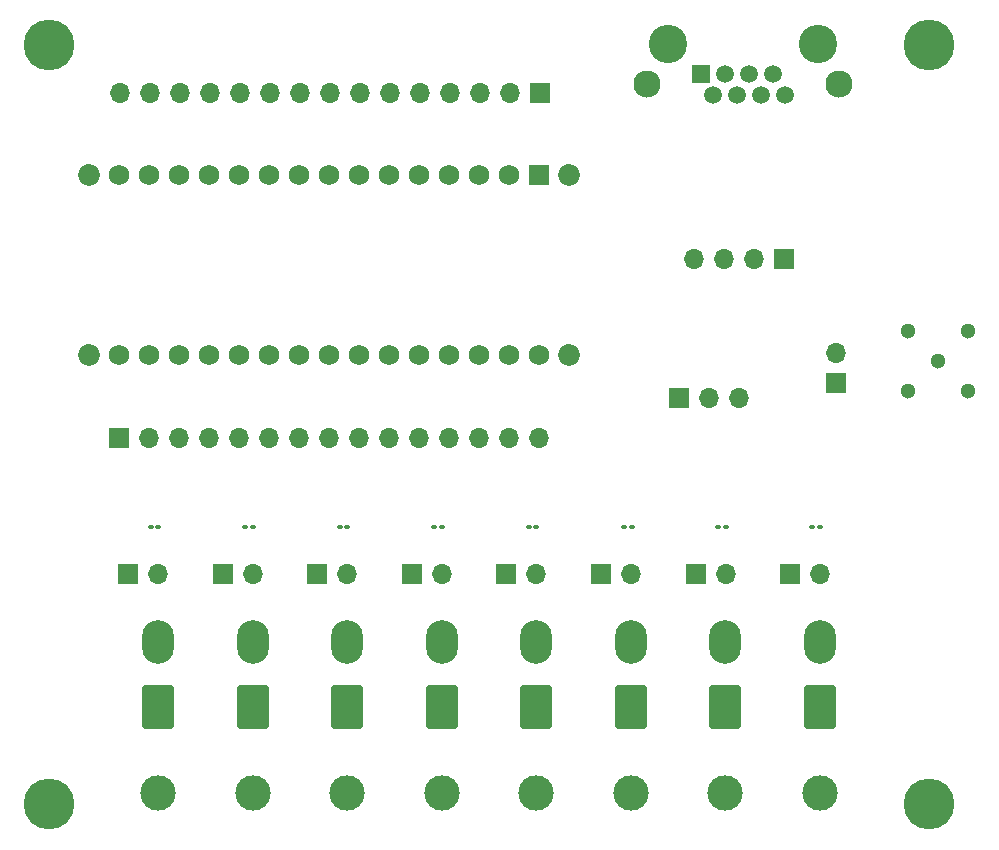
<source format=gbr>
%TF.GenerationSoftware,KiCad,Pcbnew,(6.0.1-0)*%
%TF.CreationDate,2022-09-06T14:47:33+02:00*%
%TF.ProjectId,nano_board,6e616e6f-5f62-46f6-9172-642e6b696361,rev?*%
%TF.SameCoordinates,Original*%
%TF.FileFunction,Soldermask,Top*%
%TF.FilePolarity,Negative*%
%FSLAX46Y46*%
G04 Gerber Fmt 4.6, Leading zero omitted, Abs format (unit mm)*
G04 Created by KiCad (PCBNEW (6.0.1-0)) date 2022-09-06 14:47:33*
%MOMM*%
%LPD*%
G01*
G04 APERTURE LIST*
G04 Aperture macros list*
%AMRoundRect*
0 Rectangle with rounded corners*
0 $1 Rounding radius*
0 $2 $3 $4 $5 $6 $7 $8 $9 X,Y pos of 4 corners*
0 Add a 4 corners polygon primitive as box body*
4,1,4,$2,$3,$4,$5,$6,$7,$8,$9,$2,$3,0*
0 Add four circle primitives for the rounded corners*
1,1,$1+$1,$2,$3*
1,1,$1+$1,$4,$5*
1,1,$1+$1,$6,$7*
1,1,$1+$1,$8,$9*
0 Add four rect primitives between the rounded corners*
20,1,$1+$1,$2,$3,$4,$5,0*
20,1,$1+$1,$4,$5,$6,$7,0*
20,1,$1+$1,$6,$7,$8,$9,0*
20,1,$1+$1,$8,$9,$2,$3,0*%
G04 Aperture macros list end*
%ADD10C,2.300000*%
%ADD11C,1.500000*%
%ADD12R,1.500000X1.500000*%
%ADD13C,3.250000*%
%ADD14C,4.300000*%
%ADD15R,1.700000X1.700000*%
%ADD16O,1.700000X1.700000*%
%ADD17RoundRect,0.100000X0.130000X0.100000X-0.130000X0.100000X-0.130000X-0.100000X0.130000X-0.100000X0*%
%ADD18C,3.000000*%
%ADD19RoundRect,0.250001X1.099999X1.599999X-1.099999X1.599999X-1.099999X-1.599999X1.099999X-1.599999X0*%
%ADD20O,2.700000X3.700000*%
%ADD21C,1.300000*%
%ADD22C,1.850000*%
%ADD23C,1.727200*%
%ADD24R,1.727200X1.727200*%
G04 APERTURE END LIST*
D10*
%TO.C,R/O-Board_I2C_Interface*%
X145370000Y-49015000D03*
X161630000Y-49015000D03*
D11*
X157052000Y-49905000D03*
X156036000Y-48125000D03*
X155020000Y-49905000D03*
X154004000Y-48125000D03*
X152988000Y-49905000D03*
X151972000Y-48125000D03*
X150956000Y-49905000D03*
D12*
X149940000Y-48125000D03*
D13*
X159850000Y-45585000D03*
X147150000Y-45585000D03*
%TD*%
D14*
%TO.C,REF\u002A\u002A*%
X94750000Y-110000000D03*
%TD*%
D15*
%TO.C,J1*%
X148060000Y-75600000D03*
D16*
X150600000Y-75600000D03*
X153140000Y-75600000D03*
%TD*%
D17*
%TO.C,R4*%
X127975000Y-86525000D03*
X127335000Y-86525000D03*
%TD*%
D15*
%TO.C,NTC6-Pin1*%
X149500000Y-90525000D03*
D16*
X152040000Y-90525000D03*
%TD*%
D17*
%TO.C,R3*%
X119975000Y-86525000D03*
X119335000Y-86525000D03*
%TD*%
D15*
%TO.C,I2C-Pins*%
X156980000Y-63800000D03*
D16*
X154440000Y-63800000D03*
X151900000Y-63800000D03*
X149360000Y-63800000D03*
%TD*%
D15*
%TO.C,Freq_PinHeader*%
X161400000Y-74340000D03*
D16*
X161400000Y-71800000D03*
%TD*%
D15*
%TO.C,ArdTopPins1*%
X136283000Y-49750000D03*
D16*
X133743000Y-49750000D03*
X131203000Y-49750000D03*
X128663000Y-49750000D03*
X126123000Y-49750000D03*
X123583000Y-49750000D03*
X121043000Y-49750000D03*
X118503000Y-49750000D03*
X115963000Y-49750000D03*
X113423000Y-49750000D03*
X110883000Y-49750000D03*
X108343000Y-49750000D03*
X105803000Y-49750000D03*
X103263000Y-49750000D03*
X100723000Y-49750000D03*
%TD*%
D17*
%TO.C,R7*%
X152020000Y-86525000D03*
X151380000Y-86525000D03*
%TD*%
%TO.C,R1*%
X104000000Y-86525000D03*
X103360000Y-86525000D03*
%TD*%
D18*
%TO.C,NTC6*%
X144000000Y-109025000D03*
D19*
X144000000Y-101725000D03*
D20*
X144000000Y-96225000D03*
%TD*%
D17*
%TO.C,R5*%
X135975000Y-86525000D03*
X135335000Y-86525000D03*
%TD*%
D21*
%TO.C,J2*%
X170000000Y-72500000D03*
X167460000Y-69960000D03*
X167460000Y-75040000D03*
X172540000Y-75040000D03*
X172540000Y-69960000D03*
%TD*%
D15*
%TO.C,NTC7-Pin1*%
X157460000Y-90525000D03*
D16*
X160000000Y-90525000D03*
%TD*%
D22*
%TO.C,XA1*%
X98150000Y-56708000D03*
X138790000Y-56708000D03*
X138790000Y-71948000D03*
X98150000Y-71948000D03*
D23*
X103230000Y-71948000D03*
X128630000Y-71948000D03*
X108310000Y-71948000D03*
X110850000Y-71948000D03*
X113390000Y-71948000D03*
X115930000Y-71948000D03*
X118470000Y-71948000D03*
X121010000Y-71948000D03*
X123550000Y-71948000D03*
X126090000Y-71948000D03*
X105770000Y-71948000D03*
X133710000Y-56708000D03*
D24*
X136250000Y-56708000D03*
D23*
X126090000Y-56708000D03*
X123550000Y-56708000D03*
X121010000Y-56708000D03*
X118470000Y-56708000D03*
X115930000Y-56708000D03*
X113390000Y-56708000D03*
X110850000Y-56708000D03*
X108310000Y-56708000D03*
X105770000Y-56708000D03*
X103230000Y-56708000D03*
X100690000Y-56708000D03*
X100690000Y-71948000D03*
X128630000Y-56708000D03*
X133710000Y-71948000D03*
X131170000Y-56708000D03*
X131170000Y-71948000D03*
X136250000Y-71948000D03*
%TD*%
D18*
%TO.C,NTC1*%
X104000000Y-109050000D03*
D19*
X104000000Y-101750000D03*
D20*
X104000000Y-96250000D03*
%TD*%
D14*
%TO.C,REF\u002A\u002A*%
X94750000Y-45750000D03*
%TD*%
D15*
%TO.C,NTC3-Pin1*%
X125460000Y-90525000D03*
D16*
X128000000Y-90525000D03*
%TD*%
D18*
%TO.C,NTC7*%
X152000000Y-109050000D03*
D19*
X152000000Y-101750000D03*
D20*
X152000000Y-96250000D03*
%TD*%
D14*
%TO.C,REF\u002A\u002A*%
X169250000Y-45750000D03*
%TD*%
%TO.C,REF\u002A\u002A*%
X169250000Y-110000000D03*
%TD*%
D17*
%TO.C,R2*%
X112000000Y-86525000D03*
X111360000Y-86525000D03*
%TD*%
D18*
%TO.C,NTC5*%
X136000000Y-109025000D03*
D19*
X136000000Y-101725000D03*
D20*
X136000000Y-96225000D03*
%TD*%
D18*
%TO.C,NTC3*%
X120000000Y-109050000D03*
D19*
X120000000Y-101750000D03*
D20*
X120000000Y-96250000D03*
%TD*%
D18*
%TO.C,NTC4*%
X128000000Y-109025000D03*
D19*
X128000000Y-101725000D03*
D20*
X128000000Y-96225000D03*
%TD*%
D18*
%TO.C,NTC8*%
X160000000Y-109025000D03*
D19*
X160000000Y-101725000D03*
D20*
X160000000Y-96225000D03*
%TD*%
D18*
%TO.C,NTC2*%
X112000000Y-109025000D03*
D19*
X112000000Y-101725000D03*
D20*
X112000000Y-96225000D03*
%TD*%
D17*
%TO.C,R6*%
X144075000Y-86525000D03*
X143435000Y-86525000D03*
%TD*%
D15*
%TO.C,NTC5-Pin1*%
X141500000Y-90525000D03*
D16*
X144040000Y-90525000D03*
%TD*%
D15*
%TO.C,NTC0-Pin1*%
X101460000Y-90525000D03*
D16*
X104000000Y-90525000D03*
%TD*%
D17*
%TO.C,R8*%
X159975000Y-86525000D03*
X159335000Y-86525000D03*
%TD*%
D15*
%TO.C,NTC4-Pin1*%
X133460000Y-90525000D03*
D16*
X136000000Y-90525000D03*
%TD*%
D15*
%TO.C,NTC1-Pin1*%
X109460000Y-90525000D03*
D16*
X112000000Y-90525000D03*
%TD*%
D15*
%TO.C,ArdNanoBotPins1*%
X100670000Y-79000000D03*
D16*
X103210000Y-79000000D03*
X105750000Y-79000000D03*
X108290000Y-79000000D03*
X110830000Y-79000000D03*
X113370000Y-79000000D03*
X115910000Y-79000000D03*
X118450000Y-79000000D03*
X120990000Y-79000000D03*
X123530000Y-79000000D03*
X126070000Y-79000000D03*
X128610000Y-79000000D03*
X131150000Y-79000000D03*
X133690000Y-79000000D03*
X136230000Y-79000000D03*
%TD*%
D15*
%TO.C,NTC2-Pin1*%
X117460000Y-90525000D03*
D16*
X120000000Y-90525000D03*
%TD*%
M02*

</source>
